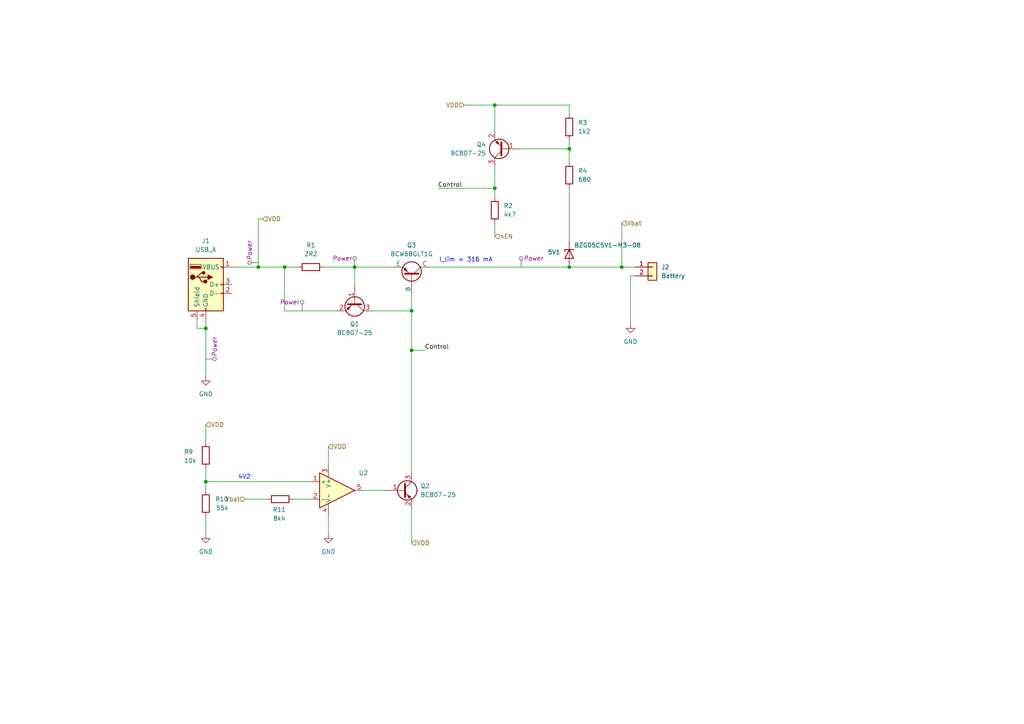
<source format=kicad_sch>
(kicad_sch
	(version 20231120)
	(generator "eeschema")
	(generator_version "8.0")
	(uuid "4bb64b45-6290-4995-b6d9-d1f3b29ba380")
	(paper "A4")
	(lib_symbols
		(symbol "Connector:USB_A"
			(pin_names
				(offset 1.016)
			)
			(exclude_from_sim no)
			(in_bom yes)
			(on_board yes)
			(property "Reference" "J"
				(at -5.08 11.43 0)
				(effects
					(font
						(size 1.27 1.27)
					)
					(justify left)
				)
			)
			(property "Value" "USB_A"
				(at -5.08 8.89 0)
				(effects
					(font
						(size 1.27 1.27)
					)
					(justify left)
				)
			)
			(property "Footprint" ""
				(at 3.81 -1.27 0)
				(effects
					(font
						(size 1.27 1.27)
					)
					(hide yes)
				)
			)
			(property "Datasheet" "~"
				(at 3.81 -1.27 0)
				(effects
					(font
						(size 1.27 1.27)
					)
					(hide yes)
				)
			)
			(property "Description" "USB Type A connector"
				(at 0 0 0)
				(effects
					(font
						(size 1.27 1.27)
					)
					(hide yes)
				)
			)
			(property "ki_keywords" "connector USB"
				(at 0 0 0)
				(effects
					(font
						(size 1.27 1.27)
					)
					(hide yes)
				)
			)
			(property "ki_fp_filters" "USB*"
				(at 0 0 0)
				(effects
					(font
						(size 1.27 1.27)
					)
					(hide yes)
				)
			)
			(symbol "USB_A_0_1"
				(rectangle
					(start -5.08 -7.62)
					(end 5.08 7.62)
					(stroke
						(width 0.254)
						(type default)
					)
					(fill
						(type background)
					)
				)
				(circle
					(center -3.81 2.159)
					(radius 0.635)
					(stroke
						(width 0.254)
						(type default)
					)
					(fill
						(type outline)
					)
				)
				(rectangle
					(start -1.524 4.826)
					(end -4.318 5.334)
					(stroke
						(width 0)
						(type default)
					)
					(fill
						(type outline)
					)
				)
				(rectangle
					(start -1.27 4.572)
					(end -4.572 5.842)
					(stroke
						(width 0)
						(type default)
					)
					(fill
						(type none)
					)
				)
				(circle
					(center -0.635 3.429)
					(radius 0.381)
					(stroke
						(width 0.254)
						(type default)
					)
					(fill
						(type outline)
					)
				)
				(rectangle
					(start -0.127 -7.62)
					(end 0.127 -6.858)
					(stroke
						(width 0)
						(type default)
					)
					(fill
						(type none)
					)
				)
				(polyline
					(pts
						(xy -3.175 2.159) (xy -2.54 2.159) (xy -1.27 3.429) (xy -0.635 3.429)
					)
					(stroke
						(width 0.254)
						(type default)
					)
					(fill
						(type none)
					)
				)
				(polyline
					(pts
						(xy -2.54 2.159) (xy -1.905 2.159) (xy -1.27 0.889) (xy 0 0.889)
					)
					(stroke
						(width 0.254)
						(type default)
					)
					(fill
						(type none)
					)
				)
				(polyline
					(pts
						(xy 0.635 2.794) (xy 0.635 1.524) (xy 1.905 2.159) (xy 0.635 2.794)
					)
					(stroke
						(width 0.254)
						(type default)
					)
					(fill
						(type outline)
					)
				)
				(rectangle
					(start 0.254 1.27)
					(end -0.508 0.508)
					(stroke
						(width 0.254)
						(type default)
					)
					(fill
						(type outline)
					)
				)
				(rectangle
					(start 5.08 -2.667)
					(end 4.318 -2.413)
					(stroke
						(width 0)
						(type default)
					)
					(fill
						(type none)
					)
				)
				(rectangle
					(start 5.08 -0.127)
					(end 4.318 0.127)
					(stroke
						(width 0)
						(type default)
					)
					(fill
						(type none)
					)
				)
				(rectangle
					(start 5.08 4.953)
					(end 4.318 5.207)
					(stroke
						(width 0)
						(type default)
					)
					(fill
						(type none)
					)
				)
			)
			(symbol "USB_A_1_1"
				(polyline
					(pts
						(xy -1.905 2.159) (xy 0.635 2.159)
					)
					(stroke
						(width 0.254)
						(type default)
					)
					(fill
						(type none)
					)
				)
				(pin power_in line
					(at 7.62 5.08 180)
					(length 2.54)
					(name "VBUS"
						(effects
							(font
								(size 1.27 1.27)
							)
						)
					)
					(number "1"
						(effects
							(font
								(size 1.27 1.27)
							)
						)
					)
				)
				(pin bidirectional line
					(at 7.62 -2.54 180)
					(length 2.54)
					(name "D-"
						(effects
							(font
								(size 1.27 1.27)
							)
						)
					)
					(number "2"
						(effects
							(font
								(size 1.27 1.27)
							)
						)
					)
				)
				(pin bidirectional line
					(at 7.62 0 180)
					(length 2.54)
					(name "D+"
						(effects
							(font
								(size 1.27 1.27)
							)
						)
					)
					(number "3"
						(effects
							(font
								(size 1.27 1.27)
							)
						)
					)
				)
				(pin power_in line
					(at 0 -10.16 90)
					(length 2.54)
					(name "GND"
						(effects
							(font
								(size 1.27 1.27)
							)
						)
					)
					(number "4"
						(effects
							(font
								(size 1.27 1.27)
							)
						)
					)
				)
				(pin passive line
					(at -2.54 -10.16 90)
					(length 2.54)
					(name "Shield"
						(effects
							(font
								(size 1.27 1.27)
							)
						)
					)
					(number "5"
						(effects
							(font
								(size 1.27 1.27)
							)
						)
					)
				)
			)
		)
		(symbol "Connector_Generic:Conn_01x02"
			(pin_names
				(offset 1.016) hide)
			(exclude_from_sim no)
			(in_bom yes)
			(on_board yes)
			(property "Reference" "J"
				(at 0 2.54 0)
				(effects
					(font
						(size 1.27 1.27)
					)
				)
			)
			(property "Value" "Conn_01x02"
				(at 0 -5.08 0)
				(effects
					(font
						(size 1.27 1.27)
					)
				)
			)
			(property "Footprint" ""
				(at 0 0 0)
				(effects
					(font
						(size 1.27 1.27)
					)
					(hide yes)
				)
			)
			(property "Datasheet" "~"
				(at 0 0 0)
				(effects
					(font
						(size 1.27 1.27)
					)
					(hide yes)
				)
			)
			(property "Description" "Generic connector, single row, 01x02, script generated (kicad-library-utils/schlib/autogen/connector/)"
				(at 0 0 0)
				(effects
					(font
						(size 1.27 1.27)
					)
					(hide yes)
				)
			)
			(property "ki_keywords" "connector"
				(at 0 0 0)
				(effects
					(font
						(size 1.27 1.27)
					)
					(hide yes)
				)
			)
			(property "ki_fp_filters" "Connector*:*_1x??_*"
				(at 0 0 0)
				(effects
					(font
						(size 1.27 1.27)
					)
					(hide yes)
				)
			)
			(symbol "Conn_01x02_1_1"
				(rectangle
					(start -1.27 -2.413)
					(end 0 -2.667)
					(stroke
						(width 0.1524)
						(type default)
					)
					(fill
						(type none)
					)
				)
				(rectangle
					(start -1.27 0.127)
					(end 0 -0.127)
					(stroke
						(width 0.1524)
						(type default)
					)
					(fill
						(type none)
					)
				)
				(rectangle
					(start -1.27 1.27)
					(end 1.27 -3.81)
					(stroke
						(width 0.254)
						(type default)
					)
					(fill
						(type background)
					)
				)
				(pin passive line
					(at -5.08 0 0)
					(length 3.81)
					(name "Pin_1"
						(effects
							(font
								(size 1.27 1.27)
							)
						)
					)
					(number "1"
						(effects
							(font
								(size 1.27 1.27)
							)
						)
					)
				)
				(pin passive line
					(at -5.08 -2.54 0)
					(length 3.81)
					(name "Pin_2"
						(effects
							(font
								(size 1.27 1.27)
							)
						)
					)
					(number "2"
						(effects
							(font
								(size 1.27 1.27)
							)
						)
					)
				)
			)
		)
		(symbol "Device:D_Zener"
			(pin_numbers hide)
			(pin_names
				(offset 1.016) hide)
			(exclude_from_sim no)
			(in_bom yes)
			(on_board yes)
			(property "Reference" "D"
				(at 0 2.54 0)
				(effects
					(font
						(size 1.27 1.27)
					)
				)
			)
			(property "Value" "D_Zener"
				(at 0 -2.54 0)
				(effects
					(font
						(size 1.27 1.27)
					)
				)
			)
			(property "Footprint" ""
				(at 0 0 0)
				(effects
					(font
						(size 1.27 1.27)
					)
					(hide yes)
				)
			)
			(property "Datasheet" "~"
				(at 0 0 0)
				(effects
					(font
						(size 1.27 1.27)
					)
					(hide yes)
				)
			)
			(property "Description" "Zener diode"
				(at 0 0 0)
				(effects
					(font
						(size 1.27 1.27)
					)
					(hide yes)
				)
			)
			(property "ki_keywords" "diode"
				(at 0 0 0)
				(effects
					(font
						(size 1.27 1.27)
					)
					(hide yes)
				)
			)
			(property "ki_fp_filters" "TO-???* *_Diode_* *SingleDiode* D_*"
				(at 0 0 0)
				(effects
					(font
						(size 1.27 1.27)
					)
					(hide yes)
				)
			)
			(symbol "D_Zener_0_1"
				(polyline
					(pts
						(xy 1.27 0) (xy -1.27 0)
					)
					(stroke
						(width 0)
						(type default)
					)
					(fill
						(type none)
					)
				)
				(polyline
					(pts
						(xy -1.27 -1.27) (xy -1.27 1.27) (xy -0.762 1.27)
					)
					(stroke
						(width 0.254)
						(type default)
					)
					(fill
						(type none)
					)
				)
				(polyline
					(pts
						(xy 1.27 -1.27) (xy 1.27 1.27) (xy -1.27 0) (xy 1.27 -1.27)
					)
					(stroke
						(width 0.254)
						(type default)
					)
					(fill
						(type none)
					)
				)
			)
			(symbol "D_Zener_1_1"
				(pin passive line
					(at -3.81 0 0)
					(length 2.54)
					(name "K"
						(effects
							(font
								(size 1.27 1.27)
							)
						)
					)
					(number "1"
						(effects
							(font
								(size 1.27 1.27)
							)
						)
					)
				)
				(pin passive line
					(at 3.81 0 180)
					(length 2.54)
					(name "A"
						(effects
							(font
								(size 1.27 1.27)
							)
						)
					)
					(number "2"
						(effects
							(font
								(size 1.27 1.27)
							)
						)
					)
				)
			)
		)
		(symbol "Device:R"
			(pin_numbers hide)
			(pin_names
				(offset 0)
			)
			(exclude_from_sim no)
			(in_bom yes)
			(on_board yes)
			(property "Reference" "R"
				(at 2.032 0 90)
				(effects
					(font
						(size 1.27 1.27)
					)
				)
			)
			(property "Value" "R"
				(at 0 0 90)
				(effects
					(font
						(size 1.27 1.27)
					)
				)
			)
			(property "Footprint" ""
				(at -1.778 0 90)
				(effects
					(font
						(size 1.27 1.27)
					)
					(hide yes)
				)
			)
			(property "Datasheet" "~"
				(at 0 0 0)
				(effects
					(font
						(size 1.27 1.27)
					)
					(hide yes)
				)
			)
			(property "Description" "Resistor"
				(at 0 0 0)
				(effects
					(font
						(size 1.27 1.27)
					)
					(hide yes)
				)
			)
			(property "ki_keywords" "R res resistor"
				(at 0 0 0)
				(effects
					(font
						(size 1.27 1.27)
					)
					(hide yes)
				)
			)
			(property "ki_fp_filters" "R_*"
				(at 0 0 0)
				(effects
					(font
						(size 1.27 1.27)
					)
					(hide yes)
				)
			)
			(symbol "R_0_1"
				(rectangle
					(start -1.016 -2.54)
					(end 1.016 2.54)
					(stroke
						(width 0.254)
						(type default)
					)
					(fill
						(type none)
					)
				)
			)
			(symbol "R_1_1"
				(pin passive line
					(at 0 3.81 270)
					(length 1.27)
					(name "~"
						(effects
							(font
								(size 1.27 1.27)
							)
						)
					)
					(number "1"
						(effects
							(font
								(size 1.27 1.27)
							)
						)
					)
				)
				(pin passive line
					(at 0 -3.81 90)
					(length 1.27)
					(name "~"
						(effects
							(font
								(size 1.27 1.27)
							)
						)
					)
					(number "2"
						(effects
							(font
								(size 1.27 1.27)
							)
						)
					)
				)
			)
		)
		(symbol "Simulation_SPICE:OPAMP"
			(pin_names
				(offset 0.254)
			)
			(exclude_from_sim no)
			(in_bom yes)
			(on_board yes)
			(property "Reference" "U"
				(at 3.81 3.175 0)
				(effects
					(font
						(size 1.27 1.27)
					)
					(justify left)
				)
			)
			(property "Value" "${SIM.PARAMS}"
				(at 3.81 -3.175 0)
				(effects
					(font
						(size 1.27 1.27)
					)
					(justify left)
				)
			)
			(property "Footprint" ""
				(at 0 0 0)
				(effects
					(font
						(size 1.27 1.27)
					)
					(hide yes)
				)
			)
			(property "Datasheet" "https://ngspice.sourceforge.io/docs/ngspice-html-manual/manual.xhtml#sec__SUBCKT_Subcircuits"
				(at 0 0 0)
				(effects
					(font
						(size 1.27 1.27)
					)
					(hide yes)
				)
			)
			(property "Description" "Operational amplifier, single, node sequence=1:+ 2:- 3:OUT 4:V+ 5:V-"
				(at 0 0 0)
				(effects
					(font
						(size 1.27 1.27)
					)
					(hide yes)
				)
			)
			(property "Sim.Pins" "1=in+ 2=in- 3=vcc 4=vee 5=out"
				(at 0 0 0)
				(effects
					(font
						(size 1.27 1.27)
					)
					(hide yes)
				)
			)
			(property "Sim.Device" "SUBCKT"
				(at 0 0 0)
				(effects
					(font
						(size 1.27 1.27)
					)
					(justify left)
					(hide yes)
				)
			)
			(property "Sim.Library" "${KICAD7_SYMBOL_DIR}/Simulation_SPICE.sp"
				(at 0 0 0)
				(effects
					(font
						(size 1.27 1.27)
					)
					(hide yes)
				)
			)
			(property "Sim.Name" "kicad_builtin_opamp"
				(at 0 0 0)
				(effects
					(font
						(size 1.27 1.27)
					)
					(hide yes)
				)
			)
			(property "ki_keywords" "simulation"
				(at 0 0 0)
				(effects
					(font
						(size 1.27 1.27)
					)
					(hide yes)
				)
			)
			(symbol "OPAMP_0_1"
				(polyline
					(pts
						(xy 5.08 0) (xy -5.08 5.08) (xy -5.08 -5.08) (xy 5.08 0)
					)
					(stroke
						(width 0.254)
						(type default)
					)
					(fill
						(type background)
					)
				)
			)
			(symbol "OPAMP_1_1"
				(pin input line
					(at -7.62 2.54 0)
					(length 2.54)
					(name "+"
						(effects
							(font
								(size 1.27 1.27)
							)
						)
					)
					(number "1"
						(effects
							(font
								(size 1.27 1.27)
							)
						)
					)
				)
				(pin input line
					(at -7.62 -2.54 0)
					(length 2.54)
					(name "-"
						(effects
							(font
								(size 1.27 1.27)
							)
						)
					)
					(number "2"
						(effects
							(font
								(size 1.27 1.27)
							)
						)
					)
				)
				(pin power_in line
					(at -2.54 7.62 270)
					(length 3.81)
					(name "V+"
						(effects
							(font
								(size 1.27 1.27)
							)
						)
					)
					(number "3"
						(effects
							(font
								(size 1.27 1.27)
							)
						)
					)
				)
				(pin power_in line
					(at -2.54 -7.62 90)
					(length 3.81)
					(name "V-"
						(effects
							(font
								(size 1.27 1.27)
							)
						)
					)
					(number "4"
						(effects
							(font
								(size 1.27 1.27)
							)
						)
					)
				)
				(pin output line
					(at 7.62 0 180)
					(length 2.54)
					(name "~"
						(effects
							(font
								(size 1.27 1.27)
							)
						)
					)
					(number "5"
						(effects
							(font
								(size 1.27 1.27)
							)
						)
					)
				)
			)
		)
		(symbol "Simulation_SPICE:PNP"
			(pin_numbers hide)
			(pin_names
				(offset 0)
			)
			(exclude_from_sim no)
			(in_bom yes)
			(on_board yes)
			(property "Reference" "Q"
				(at -2.54 7.62 0)
				(effects
					(font
						(size 1.27 1.27)
					)
				)
			)
			(property "Value" "PNP"
				(at -2.54 5.08 0)
				(effects
					(font
						(size 1.27 1.27)
					)
				)
			)
			(property "Footprint" ""
				(at 35.56 0 0)
				(effects
					(font
						(size 1.27 1.27)
					)
					(hide yes)
				)
			)
			(property "Datasheet" "https://ngspice.sourceforge.io/docs/ngspice-html-manual/manual.xhtml#cha_BJTs"
				(at 35.56 0 0)
				(effects
					(font
						(size 1.27 1.27)
					)
					(hide yes)
				)
			)
			(property "Description" "Bipolar transistor symbol for simulation only, substrate tied to the emitter"
				(at 0 0 0)
				(effects
					(font
						(size 1.27 1.27)
					)
					(hide yes)
				)
			)
			(property "Sim.Device" "PNP"
				(at 0 0 0)
				(effects
					(font
						(size 1.27 1.27)
					)
					(hide yes)
				)
			)
			(property "Sim.Type" "GUMMELPOON"
				(at 0 0 0)
				(effects
					(font
						(size 1.27 1.27)
					)
					(hide yes)
				)
			)
			(property "Sim.Pins" "1=C 2=B 3=E"
				(at 0 0 0)
				(effects
					(font
						(size 1.27 1.27)
					)
					(hide yes)
				)
			)
			(property "ki_keywords" "simulation"
				(at 0 0 0)
				(effects
					(font
						(size 1.27 1.27)
					)
					(hide yes)
				)
			)
			(symbol "PNP_0_1"
				(polyline
					(pts
						(xy -2.54 0) (xy 0.635 0)
					)
					(stroke
						(width 0.1524)
						(type default)
					)
					(fill
						(type none)
					)
				)
				(polyline
					(pts
						(xy 0.635 0.635) (xy 2.54 2.54)
					)
					(stroke
						(width 0)
						(type default)
					)
					(fill
						(type none)
					)
				)
				(polyline
					(pts
						(xy 0.635 -0.635) (xy 2.54 -2.54) (xy 2.54 -2.54)
					)
					(stroke
						(width 0)
						(type default)
					)
					(fill
						(type none)
					)
				)
				(polyline
					(pts
						(xy 0.635 1.905) (xy 0.635 -1.905) (xy 0.635 -1.905)
					)
					(stroke
						(width 0.508)
						(type default)
					)
					(fill
						(type none)
					)
				)
				(polyline
					(pts
						(xy 2.286 -1.778) (xy 1.778 -2.286) (xy 1.27 -1.27) (xy 2.286 -1.778) (xy 2.286 -1.778)
					)
					(stroke
						(width 0)
						(type default)
					)
					(fill
						(type outline)
					)
				)
				(circle
					(center 1.27 0)
					(radius 2.8194)
					(stroke
						(width 0.254)
						(type default)
					)
					(fill
						(type none)
					)
				)
			)
			(symbol "PNP_1_1"
				(pin open_collector line
					(at 2.54 5.08 270)
					(length 2.54)
					(name "C"
						(effects
							(font
								(size 1.27 1.27)
							)
						)
					)
					(number "1"
						(effects
							(font
								(size 1.27 1.27)
							)
						)
					)
				)
				(pin input line
					(at -5.08 0 0)
					(length 2.54)
					(name "B"
						(effects
							(font
								(size 1.27 1.27)
							)
						)
					)
					(number "2"
						(effects
							(font
								(size 1.27 1.27)
							)
						)
					)
				)
				(pin open_emitter line
					(at 2.54 -5.08 90)
					(length 2.54)
					(name "E"
						(effects
							(font
								(size 1.27 1.27)
							)
						)
					)
					(number "3"
						(effects
							(font
								(size 1.27 1.27)
							)
						)
					)
				)
			)
		)
		(symbol "Transistor_BJT:BC807"
			(pin_names
				(offset 0) hide)
			(exclude_from_sim no)
			(in_bom yes)
			(on_board yes)
			(property "Reference" "Q"
				(at 5.08 1.905 0)
				(effects
					(font
						(size 1.27 1.27)
					)
					(justify left)
				)
			)
			(property "Value" "BC807"
				(at 5.08 0 0)
				(effects
					(font
						(size 1.27 1.27)
					)
					(justify left)
				)
			)
			(property "Footprint" "Package_TO_SOT_SMD:SOT-23"
				(at 5.08 -1.905 0)
				(effects
					(font
						(size 1.27 1.27)
						(italic yes)
					)
					(justify left)
					(hide yes)
				)
			)
			(property "Datasheet" "https://www.onsemi.com/pub/Collateral/BC808-D.pdf"
				(at 0 0 0)
				(effects
					(font
						(size 1.27 1.27)
					)
					(justify left)
					(hide yes)
				)
			)
			(property "Description" "0.8A Ic, 45V Vce, PNP Transistor, SOT-23"
				(at 0 0 0)
				(effects
					(font
						(size 1.27 1.27)
					)
					(hide yes)
				)
			)
			(property "ki_keywords" "PNP Transistor"
				(at 0 0 0)
				(effects
					(font
						(size 1.27 1.27)
					)
					(hide yes)
				)
			)
			(property "ki_fp_filters" "SOT?23*"
				(at 0 0 0)
				(effects
					(font
						(size 1.27 1.27)
					)
					(hide yes)
				)
			)
			(symbol "BC807_0_1"
				(polyline
					(pts
						(xy 0.635 0.635) (xy 2.54 2.54)
					)
					(stroke
						(width 0)
						(type default)
					)
					(fill
						(type none)
					)
				)
				(polyline
					(pts
						(xy 0.635 -0.635) (xy 2.54 -2.54) (xy 2.54 -2.54)
					)
					(stroke
						(width 0)
						(type default)
					)
					(fill
						(type none)
					)
				)
				(polyline
					(pts
						(xy 0.635 1.905) (xy 0.635 -1.905) (xy 0.635 -1.905)
					)
					(stroke
						(width 0.508)
						(type default)
					)
					(fill
						(type none)
					)
				)
				(polyline
					(pts
						(xy 2.286 -1.778) (xy 1.778 -2.286) (xy 1.27 -1.27) (xy 2.286 -1.778) (xy 2.286 -1.778)
					)
					(stroke
						(width 0)
						(type default)
					)
					(fill
						(type outline)
					)
				)
				(circle
					(center 1.27 0)
					(radius 2.8194)
					(stroke
						(width 0.254)
						(type default)
					)
					(fill
						(type none)
					)
				)
			)
			(symbol "BC807_1_1"
				(pin input line
					(at -5.08 0 0)
					(length 5.715)
					(name "B"
						(effects
							(font
								(size 1.27 1.27)
							)
						)
					)
					(number "1"
						(effects
							(font
								(size 1.27 1.27)
							)
						)
					)
				)
				(pin passive line
					(at 2.54 -5.08 90)
					(length 2.54)
					(name "E"
						(effects
							(font
								(size 1.27 1.27)
							)
						)
					)
					(number "2"
						(effects
							(font
								(size 1.27 1.27)
							)
						)
					)
				)
				(pin passive line
					(at 2.54 5.08 270)
					(length 2.54)
					(name "C"
						(effects
							(font
								(size 1.27 1.27)
							)
						)
					)
					(number "3"
						(effects
							(font
								(size 1.27 1.27)
							)
						)
					)
				)
			)
		)
		(symbol "power:GND"
			(power)
			(pin_numbers hide)
			(pin_names
				(offset 0) hide)
			(exclude_from_sim no)
			(in_bom yes)
			(on_board yes)
			(property "Reference" "#PWR"
				(at 0 -6.35 0)
				(effects
					(font
						(size 1.27 1.27)
					)
					(hide yes)
				)
			)
			(property "Value" "GND"
				(at 0 -3.81 0)
				(effects
					(font
						(size 1.27 1.27)
					)
				)
			)
			(property "Footprint" ""
				(at 0 0 0)
				(effects
					(font
						(size 1.27 1.27)
					)
					(hide yes)
				)
			)
			(property "Datasheet" ""
				(at 0 0 0)
				(effects
					(font
						(size 1.27 1.27)
					)
					(hide yes)
				)
			)
			(property "Description" "Power symbol creates a global label with name \"GND\" , ground"
				(at 0 0 0)
				(effects
					(font
						(size 1.27 1.27)
					)
					(hide yes)
				)
			)
			(property "ki_keywords" "global power"
				(at 0 0 0)
				(effects
					(font
						(size 1.27 1.27)
					)
					(hide yes)
				)
			)
			(symbol "GND_0_1"
				(polyline
					(pts
						(xy 0 0) (xy 0 -1.27) (xy 1.27 -1.27) (xy 0 -2.54) (xy -1.27 -1.27) (xy 0 -1.27)
					)
					(stroke
						(width 0)
						(type default)
					)
					(fill
						(type none)
					)
				)
			)
			(symbol "GND_1_1"
				(pin power_in line
					(at 0 0 270)
					(length 0)
					(name "~"
						(effects
							(font
								(size 1.27 1.27)
							)
						)
					)
					(number "1"
						(effects
							(font
								(size 1.27 1.27)
							)
						)
					)
				)
			)
		)
	)
	(junction
		(at 180.34 77.47)
		(diameter 0)
		(color 0 0 0 0)
		(uuid "40e25d6d-c362-4ae9-87e8-86605b48cd18")
	)
	(junction
		(at 102.87 77.47)
		(diameter 0)
		(color 0 0 0 0)
		(uuid "427b5814-65a6-4375-a72b-de388a490bf8")
	)
	(junction
		(at 74.93 77.47)
		(diameter 0)
		(color 0 0 0 0)
		(uuid "49249448-28a0-4abf-980b-ba7c31313aa1")
	)
	(junction
		(at 119.38 101.6)
		(diameter 0)
		(color 0 0 0 0)
		(uuid "5649b3d5-90e5-4d48-b097-ea8bbbf13d26")
	)
	(junction
		(at 143.51 30.48)
		(diameter 0)
		(color 0 0 0 0)
		(uuid "678ea2fd-3fd4-4245-a183-6fdb77fc4d02")
	)
	(junction
		(at 143.51 54.61)
		(diameter 0)
		(color 0 0 0 0)
		(uuid "7693df5f-c60c-4ffa-8a83-095b0a8c417d")
	)
	(junction
		(at 59.69 95.25)
		(diameter 0)
		(color 0 0 0 0)
		(uuid "79499115-4793-4d29-9989-162cc784d89a")
	)
	(junction
		(at 165.1 43.18)
		(diameter 0)
		(color 0 0 0 0)
		(uuid "a2274685-af96-4ba9-80f5-68ab85e70342")
	)
	(junction
		(at 59.69 139.7)
		(diameter 0)
		(color 0 0 0 0)
		(uuid "a745d0f7-80bf-46bd-8620-5eaa0ba64ffb")
	)
	(junction
		(at 82.55 77.47)
		(diameter 0)
		(color 0 0 0 0)
		(uuid "cb09a67a-2caf-4d3a-89f7-d9f3cf663862")
	)
	(junction
		(at 119.38 90.17)
		(diameter 0)
		(color 0 0 0 0)
		(uuid "db443f58-4b1d-47b0-8405-3dd07177957a")
	)
	(junction
		(at 165.1 77.47)
		(diameter 0)
		(color 0 0 0 0)
		(uuid "e366439c-cf0c-4afd-b89d-693b8edae76b")
	)
	(wire
		(pts
			(xy 119.38 85.09) (xy 119.38 90.17)
		)
		(stroke
			(width 0)
			(type default)
		)
		(uuid "00db5427-f7a9-4916-934a-39cad55cc92f")
	)
	(wire
		(pts
			(xy 59.69 92.71) (xy 59.69 95.25)
		)
		(stroke
			(width 0)
			(type default)
		)
		(uuid "01dcc890-cb07-4228-aa16-d7de5304de03")
	)
	(wire
		(pts
			(xy 123.19 101.6) (xy 119.38 101.6)
		)
		(stroke
			(width 0)
			(type default)
		)
		(uuid "10140d49-2552-4093-b18e-d4f057cdf10f")
	)
	(wire
		(pts
			(xy 165.1 43.18) (xy 165.1 40.64)
		)
		(stroke
			(width 0)
			(type default)
		)
		(uuid "18689961-25fa-4f95-a7fa-2255285aedc8")
	)
	(wire
		(pts
			(xy 165.1 77.47) (xy 180.34 77.47)
		)
		(stroke
			(width 0)
			(type default)
		)
		(uuid "1ee72b28-a78e-43c9-b83a-cba23fc51bf4")
	)
	(wire
		(pts
			(xy 95.25 149.86) (xy 95.25 154.94)
		)
		(stroke
			(width 0)
			(type default)
		)
		(uuid "24d1c8b8-e491-4011-92c6-1b3b5d2e3440")
	)
	(wire
		(pts
			(xy 59.69 139.7) (xy 90.17 139.7)
		)
		(stroke
			(width 0)
			(type default)
		)
		(uuid "26e8c8cc-7ac8-4952-878e-64fc2eb8c4bc")
	)
	(wire
		(pts
			(xy 119.38 147.32) (xy 119.38 157.48)
		)
		(stroke
			(width 0)
			(type default)
		)
		(uuid "29fde4d0-fdfb-4c26-a052-4282614a36c5")
	)
	(wire
		(pts
			(xy 59.69 95.25) (xy 59.69 109.22)
		)
		(stroke
			(width 0)
			(type default)
		)
		(uuid "359d9c93-e4e4-4a39-9bc6-a4de992e5603")
	)
	(wire
		(pts
			(xy 134.62 30.48) (xy 143.51 30.48)
		)
		(stroke
			(width 0)
			(type default)
		)
		(uuid "3979e991-1768-43dc-a009-1165b7d6f17e")
	)
	(wire
		(pts
			(xy 59.69 139.7) (xy 59.69 142.24)
		)
		(stroke
			(width 0)
			(type default)
		)
		(uuid "39db10e9-2e3d-469b-860f-0c87ea51367f")
	)
	(wire
		(pts
			(xy 67.31 77.47) (xy 74.93 77.47)
		)
		(stroke
			(width 0)
			(type default)
		)
		(uuid "41842871-6b8a-4d4f-a927-50c28443db77")
	)
	(wire
		(pts
			(xy 107.95 90.17) (xy 119.38 90.17)
		)
		(stroke
			(width 0)
			(type default)
		)
		(uuid "5154b930-dcfc-496c-8212-b5f81f581f8c")
	)
	(wire
		(pts
			(xy 102.87 77.47) (xy 93.98 77.47)
		)
		(stroke
			(width 0)
			(type default)
		)
		(uuid "5191a653-b4de-4001-bd5e-c6dae504cf7e")
	)
	(wire
		(pts
			(xy 182.88 80.01) (xy 184.15 80.01)
		)
		(stroke
			(width 0)
			(type default)
		)
		(uuid "5826a32e-05f5-4ed9-84e3-c1f9250a8c7c")
	)
	(wire
		(pts
			(xy 59.69 135.89) (xy 59.69 139.7)
		)
		(stroke
			(width 0)
			(type default)
		)
		(uuid "5a2ab022-dfb8-4418-a5b6-c1606191dfa2")
	)
	(wire
		(pts
			(xy 165.1 30.48) (xy 143.51 30.48)
		)
		(stroke
			(width 0)
			(type default)
		)
		(uuid "61f37afd-5d06-402f-afdb-af7859512ad1")
	)
	(wire
		(pts
			(xy 74.93 77.47) (xy 82.55 77.47)
		)
		(stroke
			(width 0)
			(type default)
		)
		(uuid "6d6eb50c-eb3c-4e05-9578-29aa513c7d53")
	)
	(wire
		(pts
			(xy 165.1 69.85) (xy 165.1 54.61)
		)
		(stroke
			(width 0)
			(type default)
		)
		(uuid "723c30a7-ed95-43dd-93bb-e62fea126b36")
	)
	(wire
		(pts
			(xy 182.88 80.01) (xy 182.88 93.98)
		)
		(stroke
			(width 0)
			(type default)
		)
		(uuid "7d419f64-17fe-43e2-9530-6a467d6e060a")
	)
	(wire
		(pts
			(xy 74.93 63.5) (xy 76.2 63.5)
		)
		(stroke
			(width 0)
			(type default)
		)
		(uuid "7ec63a44-7390-4ab4-b161-b198fa0997e3")
	)
	(wire
		(pts
			(xy 71.12 144.78) (xy 77.47 144.78)
		)
		(stroke
			(width 0)
			(type default)
		)
		(uuid "80eefe86-25e9-4e2a-81b0-69c198ab5deb")
	)
	(wire
		(pts
			(xy 85.09 144.78) (xy 90.17 144.78)
		)
		(stroke
			(width 0)
			(type default)
		)
		(uuid "8353aff9-1487-46b3-b6cf-2a02d6d4f9a7")
	)
	(wire
		(pts
			(xy 143.51 30.48) (xy 143.51 38.1)
		)
		(stroke
			(width 0)
			(type default)
		)
		(uuid "8af72ba5-bba0-41c9-9cbb-51412ead02da")
	)
	(wire
		(pts
			(xy 127 54.61) (xy 143.51 54.61)
		)
		(stroke
			(width 0)
			(type default)
		)
		(uuid "8fa622f4-7325-40bd-b980-c9d1afa80bf7")
	)
	(wire
		(pts
			(xy 59.69 123.19) (xy 59.69 128.27)
		)
		(stroke
			(width 0)
			(type default)
		)
		(uuid "968701a9-f20b-49e6-9d53-b6c4a8942033")
	)
	(wire
		(pts
			(xy 119.38 90.17) (xy 119.38 101.6)
		)
		(stroke
			(width 0)
			(type default)
		)
		(uuid "9edcde50-94ca-487c-b2b7-2cc034161f17")
	)
	(wire
		(pts
			(xy 82.55 90.17) (xy 82.55 77.47)
		)
		(stroke
			(width 0)
			(type default)
		)
		(uuid "9f4a42f2-c102-4fee-a2c9-7ba8567e6021")
	)
	(wire
		(pts
			(xy 165.1 46.99) (xy 165.1 43.18)
		)
		(stroke
			(width 0)
			(type default)
		)
		(uuid "a40a98a5-8ba0-4703-a030-e78c3c9fc85c")
	)
	(wire
		(pts
			(xy 119.38 101.6) (xy 119.38 137.16)
		)
		(stroke
			(width 0)
			(type default)
		)
		(uuid "a7b1c829-8d5b-4517-af1c-ae626f43190d")
	)
	(wire
		(pts
			(xy 59.69 149.86) (xy 59.69 154.94)
		)
		(stroke
			(width 0)
			(type default)
		)
		(uuid "ac60ac29-247d-46b8-a618-bcaadc555f24")
	)
	(wire
		(pts
			(xy 82.55 77.47) (xy 86.36 77.47)
		)
		(stroke
			(width 0)
			(type default)
		)
		(uuid "b22edf74-e913-476d-a077-af7073995c76")
	)
	(wire
		(pts
			(xy 180.34 77.47) (xy 184.15 77.47)
		)
		(stroke
			(width 0)
			(type default)
		)
		(uuid "be1c2af3-afda-4183-b8df-fe42b78f65dc")
	)
	(wire
		(pts
			(xy 57.15 95.25) (xy 59.69 95.25)
		)
		(stroke
			(width 0)
			(type default)
		)
		(uuid "bef2f5a8-2722-4b77-9d24-1128c6139d4b")
	)
	(wire
		(pts
			(xy 151.13 43.18) (xy 165.1 43.18)
		)
		(stroke
			(width 0)
			(type default)
		)
		(uuid "c4a4e0ce-8e6d-46c8-b916-7234a63431ef")
	)
	(wire
		(pts
			(xy 143.51 48.26) (xy 143.51 54.61)
		)
		(stroke
			(width 0)
			(type default)
		)
		(uuid "c6c9da16-d21e-4dfa-9d8e-46d1d247cd9c")
	)
	(wire
		(pts
			(xy 74.93 63.5) (xy 74.93 77.47)
		)
		(stroke
			(width 0)
			(type default)
		)
		(uuid "d345c048-fd5b-4eae-a657-acbe81c184df")
	)
	(wire
		(pts
			(xy 180.34 64.77) (xy 180.34 77.47)
		)
		(stroke
			(width 0)
			(type default)
		)
		(uuid "d3897980-48a2-442c-aa73-a79baab4447f")
	)
	(wire
		(pts
			(xy 143.51 64.77) (xy 143.51 68.58)
		)
		(stroke
			(width 0)
			(type default)
		)
		(uuid "e4882c3e-e443-415c-8b4c-f78d8ebdbe08")
	)
	(wire
		(pts
			(xy 57.15 92.71) (xy 57.15 95.25)
		)
		(stroke
			(width 0)
			(type default)
		)
		(uuid "e48fd621-0617-42cd-834c-6a4dbf83c3e9")
	)
	(wire
		(pts
			(xy 102.87 77.47) (xy 114.3 77.47)
		)
		(stroke
			(width 0)
			(type default)
		)
		(uuid "effeca0f-4990-4be6-a026-2b7f08d47999")
	)
	(wire
		(pts
			(xy 124.46 77.47) (xy 165.1 77.47)
		)
		(stroke
			(width 0)
			(type default)
		)
		(uuid "f010c39c-544e-4249-9b11-9c00b5309f10")
	)
	(wire
		(pts
			(xy 143.51 54.61) (xy 143.51 57.15)
		)
		(stroke
			(width 0)
			(type default)
		)
		(uuid "f0b32697-9410-4946-bf4a-3db662c1fa3f")
	)
	(wire
		(pts
			(xy 165.1 30.48) (xy 165.1 33.02)
		)
		(stroke
			(width 0)
			(type default)
		)
		(uuid "f22c0b2b-33eb-424e-bac1-7f5b5e2aa7f8")
	)
	(wire
		(pts
			(xy 102.87 77.47) (xy 102.87 82.55)
		)
		(stroke
			(width 0)
			(type default)
		)
		(uuid "f620cb7a-fe15-4301-9d2c-1acf98644daf")
	)
	(wire
		(pts
			(xy 95.25 129.54) (xy 95.25 134.62)
		)
		(stroke
			(width 0)
			(type default)
		)
		(uuid "f66749f3-0d04-4be5-b30d-e0abc1596072")
	)
	(wire
		(pts
			(xy 97.79 90.17) (xy 82.55 90.17)
		)
		(stroke
			(width 0)
			(type default)
		)
		(uuid "f7020803-1a4a-4ebd-83cb-b76f4dbef70a")
	)
	(wire
		(pts
			(xy 105.41 142.24) (xy 111.76 142.24)
		)
		(stroke
			(width 0)
			(type default)
		)
		(uuid "ff965081-dbfc-499a-8b71-1466a4585f64")
	)
	(text "4V2\n"
		(exclude_from_sim no)
		(at 70.866 138.43 0)
		(effects
			(font
				(size 1.27 1.27)
			)
		)
		(uuid "5199a82b-e243-49af-a96f-a358305d6809")
	)
	(text "I_lim = 316 mA\n"
		(exclude_from_sim no)
		(at 135.128 75.438 0)
		(effects
			(font
				(size 1.27 1.27)
			)
		)
		(uuid "de2ac0ef-91ae-4d4f-9114-1f389bdc7a30")
	)
	(label "Control"
		(at 123.19 101.6 0)
		(fields_autoplaced yes)
		(effects
			(font
				(size 1.27 1.27)
			)
			(justify left bottom)
		)
		(uuid "52604fe9-bb8b-42e5-b5f7-917f5f95c79f")
	)
	(label "Control"
		(at 127 54.61 0)
		(fields_autoplaced yes)
		(effects
			(font
				(size 1.27 1.27)
			)
			(justify left bottom)
		)
		(uuid "c3f112e4-af6f-44b8-9617-d6cc82238eb6")
	)
	(hierarchical_label "VDD"
		(shape input)
		(at 119.38 157.48 0)
		(fields_autoplaced yes)
		(effects
			(font
				(size 1.27 1.27)
			)
			(justify left)
		)
		(uuid "043299ba-512a-4aba-b61e-a234b48a82e8")
	)
	(hierarchical_label "nEN"
		(shape input)
		(at 143.51 68.58 0)
		(fields_autoplaced yes)
		(effects
			(font
				(size 1.27 1.27)
			)
			(justify left)
		)
		(uuid "51097b81-450d-4c52-8fa4-b09d0ead718b")
	)
	(hierarchical_label "Vbat"
		(shape input)
		(at 180.34 64.77 0)
		(fields_autoplaced yes)
		(effects
			(font
				(size 1.27 1.27)
			)
			(justify left)
		)
		(uuid "6702a420-adf1-4d17-8002-82701e06669d")
	)
	(hierarchical_label "VDD"
		(shape input)
		(at 76.2 63.5 0)
		(fields_autoplaced yes)
		(effects
			(font
				(size 1.27 1.27)
			)
			(justify left)
		)
		(uuid "6c6ff8f5-89e0-40b7-9e90-16dc4bc007dc")
	)
	(hierarchical_label "VDD"
		(shape input)
		(at 95.25 129.54 0)
		(fields_autoplaced yes)
		(effects
			(font
				(size 1.27 1.27)
			)
			(justify left)
		)
		(uuid "71dac8dc-4144-478e-942a-5f271094cb63")
	)
	(hierarchical_label "VDD"
		(shape input)
		(at 134.62 30.48 180)
		(fields_autoplaced yes)
		(effects
			(font
				(size 1.27 1.27)
			)
			(justify right)
		)
		(uuid "aced9172-707e-462a-bb44-343977822dce")
	)
	(hierarchical_label "Vbat"
		(shape input)
		(at 71.12 144.78 180)
		(fields_autoplaced yes)
		(effects
			(font
				(size 1.27 1.27)
			)
			(justify right)
		)
		(uuid "e4dc2f30-756c-42b6-9456-f9a49bf10ef1")
	)
	(hierarchical_label "VDD"
		(shape input)
		(at 59.69 123.19 0)
		(fields_autoplaced yes)
		(effects
			(font
				(size 1.27 1.27)
			)
			(justify left)
		)
		(uuid "fde50f0f-bcba-488e-b4dc-2e1319e4e796")
	)
	(netclass_flag ""
		(length 2.54)
		(shape round)
		(at 102.87 77.47 0)
		(fields_autoplaced yes)
		(effects
			(font
				(size 1.27 1.27)
			)
			(justify left bottom)
		)
		(uuid "1ca01272-5684-4e5e-bb7a-1eebddd3194f")
		(property "Netclass" "Power"
			(at 102.1715 74.93 0)
			(effects
				(font
					(size 1.27 1.27)
					(italic yes)
				)
				(justify right)
			)
		)
	)
	(netclass_flag ""
		(length 2.54)
		(shape round)
		(at 59.69 104.14 270)
		(fields_autoplaced yes)
		(effects
			(font
				(size 1.27 1.27)
			)
			(justify right bottom)
		)
		(uuid "2773d26e-831e-4709-a238-7a34ab329d5e")
		(property "Netclass" "Power"
			(at 62.23 103.4415 90)
			(effects
				(font
					(size 1.27 1.27)
					(italic yes)
				)
				(justify left)
			)
		)
	)
	(netclass_flag ""
		(length 2.54)
		(shape round)
		(at 74.93 76.2 90)
		(fields_autoplaced yes)
		(effects
			(font
				(size 1.27 1.27)
			)
			(justify left bottom)
		)
		(uuid "90592a91-f569-427e-9dae-9b0c12f1d7f2")
		(property "Netclass" "Power"
			(at 72.39 75.5015 90)
			(effects
				(font
					(size 1.27 1.27)
					(italic yes)
				)
				(justify left)
			)
		)
	)
	(netclass_flag ""
		(length 2.54)
		(shape round)
		(at 151.13 77.47 0)
		(fields_autoplaced yes)
		(effects
			(font
				(size 1.27 1.27)
			)
			(justify left bottom)
		)
		(uuid "b577df21-2044-41c8-a7ea-529a6e861da8")
		(property "Netclass" "Power"
			(at 151.8285 74.93 0)
			(effects
				(font
					(size 1.27 1.27)
					(italic yes)
				)
				(justify left)
			)
		)
	)
	(netclass_flag ""
		(length 2.54)
		(shape round)
		(at 87.63 90.17 0)
		(fields_autoplaced yes)
		(effects
			(font
				(size 1.27 1.27)
			)
			(justify left bottom)
		)
		(uuid "b981ea31-95aa-4892-b356-2caee0c8c3ad")
		(property "Netclass" "Power"
			(at 86.9315 87.63 0)
			(effects
				(font
					(size 1.27 1.27)
					(italic yes)
				)
				(justify right)
			)
		)
	)
	(symbol
		(lib_id "Connector_Generic:Conn_01x02")
		(at 189.23 77.47 0)
		(unit 1)
		(exclude_from_sim no)
		(in_bom yes)
		(on_board yes)
		(dnp no)
		(fields_autoplaced yes)
		(uuid "1e8d13bd-0623-4026-a204-5d555ef1ae5e")
		(property "Reference" "J2"
			(at 191.77 77.4699 0)
			(effects
				(font
					(size 1.27 1.27)
				)
				(justify left)
			)
		)
		(property "Value" "Battery"
			(at 191.77 80.0099 0)
			(effects
				(font
					(size 1.27 1.27)
				)
				(justify left)
			)
		)
		(property "Footprint" "Connector_PinHeader_2.54mm:PinHeader_1x02_P2.54mm_Vertical"
			(at 189.23 77.47 0)
			(effects
				(font
					(size 1.27 1.27)
				)
				(hide yes)
			)
		)
		(property "Datasheet" "~"
			(at 189.23 77.47 0)
			(effects
				(font
					(size 1.27 1.27)
				)
				(hide yes)
			)
		)
		(property "Description" "Generic connector, single row, 01x02, script generated (kicad-library-utils/schlib/autogen/connector/)"
			(at 189.23 77.47 0)
			(effects
				(font
					(size 1.27 1.27)
				)
				(hide yes)
			)
		)
		(pin "2"
			(uuid "411eeacb-18a4-45dc-8f15-919eb31c9009")
		)
		(pin "1"
			(uuid "2877914c-367a-4625-b9a7-57f01fbd725d")
		)
		(instances
			(project "Charger USB"
				(path "/c24e2f21-8797-422e-bbec-670f84f6d04a/e8b2d0f9-9878-4a71-8900-a3ee966ee5fb"
					(reference "J2")
					(unit 1)
				)
			)
		)
	)
	(symbol
		(lib_id "Device:R")
		(at 143.51 60.96 0)
		(unit 1)
		(exclude_from_sim no)
		(in_bom yes)
		(on_board yes)
		(dnp no)
		(fields_autoplaced yes)
		(uuid "27225f40-ce08-48ba-b900-baabff7e075b")
		(property "Reference" "R2"
			(at 146.05 59.6899 0)
			(effects
				(font
					(size 1.27 1.27)
				)
				(justify left)
			)
		)
		(property "Value" "4k7"
			(at 146.05 62.2299 0)
			(effects
				(font
					(size 1.27 1.27)
				)
				(justify left)
			)
		)
		(property "Footprint" "Resistor_SMD:R_0603_1608Metric"
			(at 141.732 60.96 90)
			(effects
				(font
					(size 1.27 1.27)
				)
				(hide yes)
			)
		)
		(property "Datasheet" "~"
			(at 143.51 60.96 0)
			(effects
				(font
					(size 1.27 1.27)
				)
				(hide yes)
			)
		)
		(property "Description" "Resistor"
			(at 143.51 60.96 0)
			(effects
				(font
					(size 1.27 1.27)
				)
				(hide yes)
			)
		)
		(property "Part#" "RC0603FR-071KL"
			(at 143.51 60.96 0)
			(effects
				(font
					(size 1.27 1.27)
				)
				(hide yes)
			)
		)
		(pin "2"
			(uuid "d6d9ff1b-1b8e-4cf8-be50-a5058c946802")
		)
		(pin "1"
			(uuid "fc7690fa-6e34-4c7e-aad5-2b29d7344602")
		)
		(instances
			(project "Charger USB"
				(path "/c24e2f21-8797-422e-bbec-670f84f6d04a/e8b2d0f9-9878-4a71-8900-a3ee966ee5fb"
					(reference "R2")
					(unit 1)
				)
			)
		)
	)
	(symbol
		(lib_id "Connector:USB_A")
		(at 59.69 82.55 0)
		(unit 1)
		(exclude_from_sim no)
		(in_bom yes)
		(on_board yes)
		(dnp no)
		(fields_autoplaced yes)
		(uuid "399b5e5c-8352-4331-80d5-32a9195eb230")
		(property "Reference" "J1"
			(at 59.69 69.85 0)
			(effects
				(font
					(size 1.27 1.27)
				)
			)
		)
		(property "Value" "USB_A"
			(at 59.69 72.39 0)
			(effects
				(font
					(size 1.27 1.27)
				)
			)
		)
		(property "Footprint" "Connector_USB:USB_A_Receptacle_GCT_USB1046"
			(at 63.5 83.82 0)
			(effects
				(font
					(size 1.27 1.27)
				)
				(hide yes)
			)
		)
		(property "Datasheet" "~"
			(at 63.5 83.82 0)
			(effects
				(font
					(size 1.27 1.27)
				)
				(hide yes)
			)
		)
		(property "Description" "USB Type A connector"
			(at 59.69 82.55 0)
			(effects
				(font
					(size 1.27 1.27)
				)
				(hide yes)
			)
		)
		(pin "2"
			(uuid "cd8affcf-c87b-4864-8a6a-d59c75cec54a")
		)
		(pin "3"
			(uuid "4e1b2b58-56ee-42a5-8cf9-7638f16ea071")
		)
		(pin "4"
			(uuid "4dea207e-2148-42d1-8922-3fb2d8ae8d29")
		)
		(pin "5"
			(uuid "d7a35cf7-8ffb-4983-a460-8f00c0c87c0f")
		)
		(pin "1"
			(uuid "d8317533-ef81-4567-a1f9-f22feeb423be")
		)
		(instances
			(project "Charger USB"
				(path "/c24e2f21-8797-422e-bbec-670f84f6d04a/e8b2d0f9-9878-4a71-8900-a3ee966ee5fb"
					(reference "J1")
					(unit 1)
				)
			)
		)
	)
	(symbol
		(lib_id "Transistor_BJT:BC807")
		(at 116.84 142.24 0)
		(unit 1)
		(exclude_from_sim no)
		(in_bom yes)
		(on_board yes)
		(dnp no)
		(fields_autoplaced yes)
		(uuid "4a887d68-5338-48a8-a497-06d1b360de75")
		(property "Reference" "Q2"
			(at 121.92 140.9699 0)
			(effects
				(font
					(size 1.27 1.27)
				)
				(justify left)
			)
		)
		(property "Value" "BC807-25"
			(at 121.92 143.5099 0)
			(effects
				(font
					(size 1.27 1.27)
				)
				(justify left)
			)
		)
		(property "Footprint" "Package_TO_SOT_SMD:SOT-23"
			(at 121.92 144.145 0)
			(effects
				(font
					(size 1.27 1.27)
					(italic yes)
				)
				(justify left)
				(hide yes)
			)
		)
		(property "Datasheet" "https://assets.nexperia.com/documents/data-sheet/BC807_SER.pdf"
			(at 116.84 142.24 0)
			(effects
				(font
					(size 1.27 1.27)
				)
				(justify left)
				(hide yes)
			)
		)
		(property "Description" "0.8A Ic, 45V Vce, PNP Transistor, SOT-23"
			(at 116.84 142.24 0)
			(effects
				(font
					(size 1.27 1.27)
				)
				(hide yes)
			)
		)
		(property "Part#" "BC807-25"
			(at 116.84 142.24 0)
			(effects
				(font
					(size 1.27 1.27)
				)
				(hide yes)
			)
		)
		(pin "2"
			(uuid "3561f7ec-2018-40d9-85a0-cfa0b152c40e")
		)
		(pin "1"
			(uuid "0f7e1fd1-95c1-43c2-97be-8434ba0ae18c")
		)
		(pin "3"
			(uuid "385c9712-3d6a-415c-837f-c9432167a677")
		)
		(instances
			(project "Charger USB"
				(path "/c24e2f21-8797-422e-bbec-670f84f6d04a/e8b2d0f9-9878-4a71-8900-a3ee966ee5fb"
					(reference "Q2")
					(unit 1)
				)
			)
		)
	)
	(symbol
		(lib_id "Transistor_BJT:BC807")
		(at 102.87 87.63 270)
		(unit 1)
		(exclude_from_sim no)
		(in_bom yes)
		(on_board yes)
		(dnp no)
		(fields_autoplaced yes)
		(uuid "4ca23f0c-0726-4af7-a76d-dbfda65000bb")
		(property "Reference" "Q1"
			(at 102.87 93.98 90)
			(effects
				(font
					(size 1.27 1.27)
				)
			)
		)
		(property "Value" "BC807-25"
			(at 102.87 96.52 90)
			(effects
				(font
					(size 1.27 1.27)
				)
			)
		)
		(property "Footprint" "Package_TO_SOT_SMD:SOT-23"
			(at 100.965 92.71 0)
			(effects
				(font
					(size 1.27 1.27)
					(italic yes)
				)
				(justify left)
				(hide yes)
			)
		)
		(property "Datasheet" "https://assets.nexperia.com/documents/data-sheet/BC807_SER.pdf"
			(at 102.87 87.63 0)
			(effects
				(font
					(size 1.27 1.27)
				)
				(justify left)
				(hide yes)
			)
		)
		(property "Description" "0.8A Ic, 45V Vce, PNP Transistor, SOT-23"
			(at 102.87 87.63 0)
			(effects
				(font
					(size 1.27 1.27)
				)
				(hide yes)
			)
		)
		(property "Part#" "BC807-25"
			(at 102.87 87.63 0)
			(effects
				(font
					(size 1.27 1.27)
				)
				(hide yes)
			)
		)
		(pin "2"
			(uuid "2d988940-d19a-4c99-8a3b-f5454e2e0b56")
		)
		(pin "1"
			(uuid "cb880fad-decb-4981-b334-ec469e04dc30")
		)
		(pin "3"
			(uuid "ba328b06-6031-4de1-8732-db883bd22774")
		)
		(instances
			(project "Charger USB"
				(path "/c24e2f21-8797-422e-bbec-670f84f6d04a/e8b2d0f9-9878-4a71-8900-a3ee966ee5fb"
					(reference "Q1")
					(unit 1)
				)
			)
		)
	)
	(symbol
		(lib_id "Transistor_BJT:BC807")
		(at 146.05 43.18 180)
		(unit 1)
		(exclude_from_sim no)
		(in_bom yes)
		(on_board yes)
		(dnp no)
		(fields_autoplaced yes)
		(uuid "60aaa5d8-f056-47e7-881a-0093a17a7de4")
		(property "Reference" "Q4"
			(at 140.97 41.9099 0)
			(effects
				(font
					(size 1.27 1.27)
				)
				(justify left)
			)
		)
		(property "Value" "BC807-25"
			(at 140.97 44.4499 0)
			(effects
				(font
					(size 1.27 1.27)
				)
				(justify left)
			)
		)
		(property "Footprint" "Package_TO_SOT_SMD:SOT-23"
			(at 140.97 41.275 0)
			(effects
				(font
					(size 1.27 1.27)
					(italic yes)
				)
				(justify left)
				(hide yes)
			)
		)
		(property "Datasheet" "https://assets.nexperia.com/documents/data-sheet/BC807_SER.pdf"
			(at 146.05 43.18 0)
			(effects
				(font
					(size 1.27 1.27)
				)
				(justify left)
				(hide yes)
			)
		)
		(property "Description" "0.8A Ic, 45V Vce, PNP Transistor, SOT-23"
			(at 146.05 43.18 0)
			(effects
				(font
					(size 1.27 1.27)
				)
				(hide yes)
			)
		)
		(property "Part#" "BC807-25"
			(at 146.05 43.18 0)
			(effects
				(font
					(size 1.27 1.27)
				)
				(hide yes)
			)
		)
		(pin "2"
			(uuid "00ef4c5c-f474-4c40-bc22-9f22af36cbc0")
		)
		(pin "1"
			(uuid "efdc1a5e-f124-45e7-a2d4-7794a6c39070")
		)
		(pin "3"
			(uuid "8def3741-8055-48b1-8a87-f83796d6bf5f")
		)
		(instances
			(project ""
				(path "/c24e2f21-8797-422e-bbec-670f84f6d04a/e8b2d0f9-9878-4a71-8900-a3ee966ee5fb"
					(reference "Q4")
					(unit 1)
				)
			)
		)
	)
	(symbol
		(lib_id "Device:D_Zener")
		(at 165.1 73.66 90)
		(mirror x)
		(unit 1)
		(exclude_from_sim no)
		(in_bom yes)
		(on_board yes)
		(dnp no)
		(uuid "6b80822d-72b2-4fed-bbed-5e3f1250f4e7")
		(property "Reference" "BZG05C5V1-M3-08"
			(at 185.928 71.12 90)
			(effects
				(font
					(size 1.27 1.27)
				)
				(justify left)
			)
		)
		(property "Value" "5V1"
			(at 162.56 73.152 90)
			(effects
				(font
					(size 1.27 1.27)
				)
				(justify left)
			)
		)
		(property "Footprint" "Diode_SMD:D_0201_0603Metric"
			(at 165.1 73.66 0)
			(effects
				(font
					(size 1.27 1.27)
				)
				(hide yes)
			)
		)
		(property "Datasheet" "~"
			(at 165.1 73.66 0)
			(effects
				(font
					(size 1.27 1.27)
				)
				(hide yes)
			)
		)
		(property "Description" "Zener diode"
			(at 165.1 73.66 0)
			(effects
				(font
					(size 1.27 1.27)
				)
				(hide yes)
			)
		)
		(property "Part#" "BZG05C5V1-M3-08"
			(at 165.1 73.66 90)
			(effects
				(font
					(size 1.27 1.27)
				)
				(hide yes)
			)
		)
		(pin "1"
			(uuid "1afee4e8-74e6-44bd-8b37-0d03745a5e47")
		)
		(pin "2"
			(uuid "f37d449c-8cf4-49d7-8d9a-e10cb91c49f3")
		)
		(instances
			(project "Charger USB"
				(path "/c24e2f21-8797-422e-bbec-670f84f6d04a/e8b2d0f9-9878-4a71-8900-a3ee966ee5fb"
					(reference "BZG05C5V1-M3-08")
					(unit 1)
				)
			)
		)
	)
	(symbol
		(lib_id "Simulation_SPICE:OPAMP")
		(at 97.79 142.24 0)
		(unit 1)
		(exclude_from_sim no)
		(in_bom yes)
		(on_board yes)
		(dnp no)
		(fields_autoplaced yes)
		(uuid "7082f9c9-ffce-4475-b5b4-3dc6979a9959")
		(property "Reference" "U2"
			(at 105.41 137.1914 0)
			(effects
				(font
					(size 1.27 1.27)
				)
			)
		)
		(property "Value" "${SIM.PARAMS}"
			(at 105.41 139.0965 0)
			(effects
				(font
					(size 1.27 1.27)
				)
			)
		)
		(property "Footprint" "LMV321LILT:SOT23-5L_1P75X3P05X0P95_STM"
			(at 97.79 142.24 0)
			(effects
				(font
					(size 1.27 1.27)
				)
				(hide yes)
			)
		)
		(property "Datasheet" "https://ngspice.sourceforge.io/docs/ngspice-html-manual/manual.xhtml#sec__SUBCKT_Subcircuits"
			(at 97.79 142.24 0)
			(effects
				(font
					(size 1.27 1.27)
				)
				(hide yes)
			)
		)
		(property "Description" "Operational amplifier, single, node sequence=1:+ 2:- 3:OUT 4:V+ 5:V-"
			(at 97.79 142.24 0)
			(effects
				(font
					(size 1.27 1.27)
				)
				(hide yes)
			)
		)
		(property "Sim.Pins" "1=in+ 2=in- 3=vcc 4=vee 5=out"
			(at 97.79 142.24 0)
			(effects
				(font
					(size 1.27 1.27)
				)
				(hide yes)
			)
		)
		(property "Sim.Device" "SUBCKT"
			(at 97.79 142.24 0)
			(effects
				(font
					(size 1.27 1.27)
				)
				(justify left)
				(hide yes)
			)
		)
		(property "Sim.Library" "${KICAD7_SYMBOL_DIR}/Simulation_SPICE.sp"
			(at 97.79 142.24 0)
			(effects
				(font
					(size 1.27 1.27)
				)
				(hide yes)
			)
		)
		(property "Sim.Name" "kicad_builtin_opamp"
			(at 97.79 142.24 0)
			(effects
				(font
					(size 1.27 1.27)
				)
				(hide yes)
			)
		)
		(pin "3"
			(uuid "d104d192-e33a-4b2a-be03-145a353d2a78")
		)
		(pin "4"
			(uuid "28ef5b64-5c0e-412a-aa80-78c5a30f4a51")
		)
		(pin "1"
			(uuid "ee7c58e3-2742-4f4d-9a14-80811d02e7a2")
		)
		(pin "5"
			(uuid "f9658db8-912e-4d17-b400-2fcfd3e1e043")
		)
		(pin "2"
			(uuid "6f4cfec0-8598-43cb-9857-e7c8f81e26ac")
		)
		(instances
			(project ""
				(path "/c24e2f21-8797-422e-bbec-670f84f6d04a/e8b2d0f9-9878-4a71-8900-a3ee966ee5fb"
					(reference "U2")
					(unit 1)
				)
			)
		)
	)
	(symbol
		(lib_id "Device:R")
		(at 59.69 132.08 180)
		(unit 1)
		(exclude_from_sim no)
		(in_bom yes)
		(on_board yes)
		(dnp no)
		(uuid "929e7bf2-f793-419f-bf5c-df0745ce07d3")
		(property "Reference" "R9"
			(at 53.34 131.064 0)
			(effects
				(font
					(size 1.27 1.27)
				)
				(justify right)
			)
		)
		(property "Value" "10k"
			(at 53.34 133.604 0)
			(effects
				(font
					(size 1.27 1.27)
				)
				(justify right)
			)
		)
		(property "Footprint" "Resistor_SMD:R_0603_1608Metric"
			(at 61.468 132.08 90)
			(effects
				(font
					(size 1.27 1.27)
				)
				(hide yes)
			)
		)
		(property "Datasheet" "~"
			(at 59.69 132.08 0)
			(effects
				(font
					(size 1.27 1.27)
				)
				(hide yes)
			)
		)
		(property "Description" "Resistor"
			(at 59.69 132.08 0)
			(effects
				(font
					(size 1.27 1.27)
				)
				(hide yes)
			)
		)
		(property "Part#" "RC0603FR-071KL"
			(at 59.69 132.08 0)
			(effects
				(font
					(size 1.27 1.27)
				)
				(hide yes)
			)
		)
		(pin "2"
			(uuid "582b7847-5e8c-4c3a-a883-36ff0adc3f9f")
		)
		(pin "1"
			(uuid "e19ae259-2b24-442c-927f-36d15e117c3e")
		)
		(instances
			(project "Charger USB"
				(path "/c24e2f21-8797-422e-bbec-670f84f6d04a/e8b2d0f9-9878-4a71-8900-a3ee966ee5fb"
					(reference "R9")
					(unit 1)
				)
			)
		)
	)
	(symbol
		(lib_id "power:GND")
		(at 59.69 109.22 0)
		(unit 1)
		(exclude_from_sim no)
		(in_bom yes)
		(on_board yes)
		(dnp no)
		(fields_autoplaced yes)
		(uuid "951555d4-c748-4459-b422-bddc7988f3ae")
		(property "Reference" "#PWR01"
			(at 59.69 115.57 0)
			(effects
				(font
					(size 1.27 1.27)
				)
				(hide yes)
			)
		)
		(property "Value" "GND"
			(at 59.69 114.3 0)
			(effects
				(font
					(size 1.27 1.27)
				)
			)
		)
		(property "Footprint" ""
			(at 59.69 109.22 0)
			(effects
				(font
					(size 1.27 1.27)
				)
				(hide yes)
			)
		)
		(property "Datasheet" ""
			(at 59.69 109.22 0)
			(effects
				(font
					(size 1.27 1.27)
				)
				(hide yes)
			)
		)
		(property "Description" "Power symbol creates a global label with name \"GND\" , ground"
			(at 59.69 109.22 0)
			(effects
				(font
					(size 1.27 1.27)
				)
				(hide yes)
			)
		)
		(pin "1"
			(uuid "775cef2f-becf-4b11-9e96-b3e4a017484b")
		)
		(instances
			(project "Charger USB"
				(path "/c24e2f21-8797-422e-bbec-670f84f6d04a/e8b2d0f9-9878-4a71-8900-a3ee966ee5fb"
					(reference "#PWR01")
					(unit 1)
				)
			)
		)
	)
	(symbol
		(lib_id "Device:R")
		(at 59.69 146.05 0)
		(mirror y)
		(unit 1)
		(exclude_from_sim no)
		(in_bom yes)
		(on_board yes)
		(dnp no)
		(uuid "95e927a2-5dad-4504-83f5-8b5345e2e351")
		(property "Reference" "R10"
			(at 66.294 144.78 0)
			(effects
				(font
					(size 1.27 1.27)
				)
				(justify left)
			)
		)
		(property "Value" "55k"
			(at 66.294 147.32 0)
			(effects
				(font
					(size 1.27 1.27)
				)
				(justify left)
			)
		)
		(property "Footprint" "Resistor_SMD:R_0603_1608Metric"
			(at 61.468 146.05 90)
			(effects
				(font
					(size 1.27 1.27)
				)
				(hide yes)
			)
		)
		(property "Datasheet" "~"
			(at 59.69 146.05 0)
			(effects
				(font
					(size 1.27 1.27)
				)
				(hide yes)
			)
		)
		(property "Description" "Resistor"
			(at 59.69 146.05 0)
			(effects
				(font
					(size 1.27 1.27)
				)
				(hide yes)
			)
		)
		(property "Part#" "RC0603FR-071KL"
			(at 59.69 146.05 0)
			(effects
				(font
					(size 1.27 1.27)
				)
				(hide yes)
			)
		)
		(pin "2"
			(uuid "c448154e-be6f-405c-a26d-e42d0f4361d3")
		)
		(pin "1"
			(uuid "b719bc2c-6d34-4d2d-83d9-f00609948512")
		)
		(instances
			(project "Charger USB"
				(path "/c24e2f21-8797-422e-bbec-670f84f6d04a/e8b2d0f9-9878-4a71-8900-a3ee966ee5fb"
					(reference "R10")
					(unit 1)
				)
			)
		)
	)
	(symbol
		(lib_id "power:GND")
		(at 59.69 154.94 0)
		(unit 1)
		(exclude_from_sim no)
		(in_bom yes)
		(on_board yes)
		(dnp no)
		(fields_autoplaced yes)
		(uuid "9bdb2376-746c-427b-b6e9-6ab76bf05656")
		(property "Reference" "#PWR011"
			(at 59.69 161.29 0)
			(effects
				(font
					(size 1.27 1.27)
				)
				(hide yes)
			)
		)
		(property "Value" "GND"
			(at 59.69 160.02 0)
			(effects
				(font
					(size 1.27 1.27)
				)
			)
		)
		(property "Footprint" ""
			(at 59.69 154.94 0)
			(effects
				(font
					(size 1.27 1.27)
				)
				(hide yes)
			)
		)
		(property "Datasheet" ""
			(at 59.69 154.94 0)
			(effects
				(font
					(size 1.27 1.27)
				)
				(hide yes)
			)
		)
		(property "Description" "Power symbol creates a global label with name \"GND\" , ground"
			(at 59.69 154.94 0)
			(effects
				(font
					(size 1.27 1.27)
				)
				(hide yes)
			)
		)
		(pin "1"
			(uuid "c0de1c7f-7695-40cf-9f9e-a199f4a28ced")
		)
		(instances
			(project "Charger USB"
				(path "/c24e2f21-8797-422e-bbec-670f84f6d04a/e8b2d0f9-9878-4a71-8900-a3ee966ee5fb"
					(reference "#PWR011")
					(unit 1)
				)
			)
		)
	)
	(symbol
		(lib_id "Device:R")
		(at 165.1 36.83 0)
		(mirror y)
		(unit 1)
		(exclude_from_sim no)
		(in_bom yes)
		(on_board yes)
		(dnp no)
		(fields_autoplaced yes)
		(uuid "9e234eb5-d94a-48fb-8e0c-b2dec6d162ec")
		(property "Reference" "R3"
			(at 167.64 35.5599 0)
			(effects
				(font
					(size 1.27 1.27)
				)
				(justify right)
			)
		)
		(property "Value" "1k2"
			(at 167.64 38.0999 0)
			(effects
				(font
					(size 1.27 1.27)
				)
				(justify right)
			)
		)
		(property "Footprint" "Resistor_SMD:R_1206_3216Metric"
			(at 166.878 36.83 90)
			(effects
				(font
					(size 1.27 1.27)
				)
				(hide yes)
			)
		)
		(property "Datasheet" "~"
			(at 165.1 36.83 0)
			(effects
				(font
					(size 1.27 1.27)
				)
				(hide yes)
			)
		)
		(property "Description" "Resistor"
			(at 165.1 36.83 0)
			(effects
				(font
					(size 1.27 1.27)
				)
				(hide yes)
			)
		)
		(property "Part#" "1206S4F1100T5E"
			(at 165.1 36.83 0)
			(effects
				(font
					(size 1.27 1.27)
				)
				(hide yes)
			)
		)
		(pin "2"
			(uuid "821cff55-f8c7-4d21-a6e3-ad5d118ed4bc")
		)
		(pin "1"
			(uuid "472e4804-0767-40cd-b067-edef3179b3b0")
		)
		(instances
			(project "Charger USB"
				(path "/c24e2f21-8797-422e-bbec-670f84f6d04a/e8b2d0f9-9878-4a71-8900-a3ee966ee5fb"
					(reference "R3")
					(unit 1)
				)
			)
		)
	)
	(symbol
		(lib_id "power:GND")
		(at 95.25 154.94 0)
		(unit 1)
		(exclude_from_sim no)
		(in_bom yes)
		(on_board yes)
		(dnp no)
		(fields_autoplaced yes)
		(uuid "d197a690-d836-4d86-bd0a-042833101cba")
		(property "Reference" "#PWR010"
			(at 95.25 161.29 0)
			(effects
				(font
					(size 1.27 1.27)
				)
				(hide yes)
			)
		)
		(property "Value" "GND"
			(at 95.25 160.02 0)
			(effects
				(font
					(size 1.27 1.27)
				)
			)
		)
		(property "Footprint" ""
			(at 95.25 154.94 0)
			(effects
				(font
					(size 1.27 1.27)
				)
				(hide yes)
			)
		)
		(property "Datasheet" ""
			(at 95.25 154.94 0)
			(effects
				(font
					(size 1.27 1.27)
				)
				(hide yes)
			)
		)
		(property "Description" "Power symbol creates a global label with name \"GND\" , ground"
			(at 95.25 154.94 0)
			(effects
				(font
					(size 1.27 1.27)
				)
				(hide yes)
			)
		)
		(pin "1"
			(uuid "6c42c800-eb7f-467e-a4d8-d81ded63eac5")
		)
		(instances
			(project "Charger USB"
				(path "/c24e2f21-8797-422e-bbec-670f84f6d04a/e8b2d0f9-9878-4a71-8900-a3ee966ee5fb"
					(reference "#PWR010")
					(unit 1)
				)
			)
		)
	)
	(symbol
		(lib_id "Device:R")
		(at 90.17 77.47 90)
		(mirror x)
		(unit 1)
		(exclude_from_sim no)
		(in_bom yes)
		(on_board yes)
		(dnp no)
		(fields_autoplaced yes)
		(uuid "d888130e-060b-46cb-a53a-10b00c7fc4d7")
		(property "Reference" "R1"
			(at 90.17 71.12 90)
			(effects
				(font
					(size 1.27 1.27)
				)
			)
		)
		(property "Value" "2R2"
			(at 90.17 73.66 90)
			(effects
				(font
					(size 1.27 1.27)
				)
			)
		)
		(property "Footprint" "Resistor_SMD:R_0402_1005Metric"
			(at 90.17 75.692 90)
			(effects
				(font
					(size 1.27 1.27)
				)
				(hide yes)
			)
		)
		(property "Datasheet" "~"
			(at 90.17 77.47 0)
			(effects
				(font
					(size 1.27 1.27)
				)
				(hide yes)
			)
		)
		(property "Description" "Resistor"
			(at 90.17 77.47 0)
			(effects
				(font
					(size 1.27 1.27)
				)
				(hide yes)
			)
		)
		(property "Part#" "ERJ2GEJ2R0X"
			(at 90.17 77.47 90)
			(effects
				(font
					(size 1.27 1.27)
				)
				(hide yes)
			)
		)
		(pin "2"
			(uuid "9bc77acc-01c9-430c-8055-f6d765a68d69")
		)
		(pin "1"
			(uuid "15c1cda0-432d-47e6-855d-ed32470e6d8e")
		)
		(instances
			(project "Charger USB"
				(path "/c24e2f21-8797-422e-bbec-670f84f6d04a/e8b2d0f9-9878-4a71-8900-a3ee966ee5fb"
					(reference "R1")
					(unit 1)
				)
			)
		)
	)
	(symbol
		(lib_id "Device:R")
		(at 165.1 50.8 0)
		(mirror y)
		(unit 1)
		(exclude_from_sim no)
		(in_bom yes)
		(on_board yes)
		(dnp no)
		(fields_autoplaced yes)
		(uuid "ee753fea-ea45-405c-b07c-05bdf973c7b6")
		(property "Reference" "R4"
			(at 167.64 49.5299 0)
			(effects
				(font
					(size 1.27 1.27)
				)
				(justify right)
			)
		)
		(property "Value" "680"
			(at 167.64 52.0699 0)
			(effects
				(font
					(size 1.27 1.27)
				)
				(justify right)
			)
		)
		(property "Footprint" "Resistor_SMD:R_1206_3216Metric"
			(at 166.878 50.8 90)
			(effects
				(font
					(size 1.27 1.27)
				)
				(hide yes)
			)
		)
		(property "Datasheet" "~"
			(at 165.1 50.8 0)
			(effects
				(font
					(size 1.27 1.27)
				)
				(hide yes)
			)
		)
		(property "Description" "Resistor"
			(at 165.1 50.8 0)
			(effects
				(font
					(size 1.27 1.27)
				)
				(hide yes)
			)
		)
		(property "Part#" "1206S4F1100T5E"
			(at 165.1 50.8 0)
			(effects
				(font
					(size 1.27 1.27)
				)
				(hide yes)
			)
		)
		(pin "2"
			(uuid "2194bef0-d4fc-4eb6-bc86-c4748e003296")
		)
		(pin "1"
			(uuid "efeab055-5341-404e-9aa3-42e6a4d5e1bd")
		)
		(instances
			(project "Charger USB"
				(path "/c24e2f21-8797-422e-bbec-670f84f6d04a/e8b2d0f9-9878-4a71-8900-a3ee966ee5fb"
					(reference "R4")
					(unit 1)
				)
			)
		)
	)
	(symbol
		(lib_id "Simulation_SPICE:PNP")
		(at 119.38 80.01 270)
		(mirror x)
		(unit 1)
		(exclude_from_sim no)
		(in_bom yes)
		(on_board yes)
		(dnp no)
		(uuid "f0e2e363-8fe9-4898-a56c-34fbd74e6b60")
		(property "Reference" "Q3"
			(at 119.38 71.12 90)
			(effects
				(font
					(size 1.27 1.27)
				)
			)
		)
		(property "Value" "BCW68GLT1G"
			(at 119.38 73.66 90)
			(effects
				(font
					(size 1.27 1.27)
				)
			)
		)
		(property "Footprint" "Package_TO_SOT_SMD:SOT-23"
			(at 119.38 44.45 0)
			(effects
				(font
					(size 1.27 1.27)
				)
				(hide yes)
			)
		)
		(property "Datasheet" "https://ngspice.sourceforge.io/docs/ngspice-html-manual/manual.xhtml#cha_BJTs"
			(at 119.38 44.45 0)
			(effects
				(font
					(size 1.27 1.27)
				)
				(hide yes)
			)
		)
		(property "Description" "Bipolar transistor symbol for simulation only, substrate tied to the emitter"
			(at 119.38 80.01 0)
			(effects
				(font
					(size 1.27 1.27)
				)
				(hide yes)
			)
		)
		(property "Sim.Device" "PNP"
			(at 119.38 80.01 0)
			(effects
				(font
					(size 1.27 1.27)
				)
				(hide yes)
			)
		)
		(property "Sim.Type" "GUMMELPOON"
			(at 119.38 80.01 0)
			(effects
				(font
					(size 1.27 1.27)
				)
				(hide yes)
			)
		)
		(property "Sim.Pins" "1=C 2=B 3=E"
			(at 119.38 80.01 0)
			(effects
				(font
					(size 1.27 1.27)
				)
				(hide yes)
			)
		)
		(property "Part#" "BCW68GLT1G"
			(at 119.38 80.01 90)
			(effects
				(font
					(size 1.27 1.27)
				)
				(hide yes)
			)
		)
		(pin "2"
			(uuid "f02d86aa-6ee5-41a8-85f1-f5b5db9a4af2")
		)
		(pin "3"
			(uuid "446e072f-baea-40c6-b2d6-a7c9f9235d4c")
		)
		(pin "1"
			(uuid "c4195043-07b0-48cb-ba23-765a068f93cf")
		)
		(instances
			(project ""
				(path "/c24e2f21-8797-422e-bbec-670f84f6d04a/e8b2d0f9-9878-4a71-8900-a3ee966ee5fb"
					(reference "Q3")
					(unit 1)
				)
			)
		)
	)
	(symbol
		(lib_id "Device:R")
		(at 81.28 144.78 270)
		(unit 1)
		(exclude_from_sim no)
		(in_bom yes)
		(on_board yes)
		(dnp no)
		(uuid "f24d3221-c1e5-4421-9993-80b13dab570e")
		(property "Reference" "R11"
			(at 81.026 147.828 90)
			(effects
				(font
					(size 1.27 1.27)
				)
			)
		)
		(property "Value" "8k4"
			(at 81.026 150.368 90)
			(effects
				(font
					(size 1.27 1.27)
				)
			)
		)
		(property "Footprint" "Resistor_SMD:R_0805_2012Metric"
			(at 81.28 143.002 90)
			(effects
				(font
					(size 1.27 1.27)
				)
				(hide yes)
			)
		)
		(property "Datasheet" "~"
			(at 81.28 144.78 0)
			(effects
				(font
					(size 1.27 1.27)
				)
				(hide yes)
			)
		)
		(property "Description" "Resistor"
			(at 81.28 144.78 0)
			(effects
				(font
					(size 1.27 1.27)
				)
				(hide yes)
			)
		)
		(property "Part#" "RC0603FR-071KL"
			(at 81.28 144.78 0)
			(effects
				(font
					(size 1.27 1.27)
				)
				(hide yes)
			)
		)
		(pin "2"
			(uuid "2b2feb54-b187-4126-9866-728aa9bd1d22")
		)
		(pin "1"
			(uuid "77e26e85-5263-49c7-9c9a-3c865e1cce22")
		)
		(instances
			(project "Charger USB"
				(path "/c24e2f21-8797-422e-bbec-670f84f6d04a/e8b2d0f9-9878-4a71-8900-a3ee966ee5fb"
					(reference "R11")
					(unit 1)
				)
			)
		)
	)
	(symbol
		(lib_id "power:GND")
		(at 182.88 93.98 0)
		(unit 1)
		(exclude_from_sim no)
		(in_bom yes)
		(on_board yes)
		(dnp no)
		(fields_autoplaced yes)
		(uuid "f77f9a84-ece0-4146-9b67-a9101033663b")
		(property "Reference" "#PWR03"
			(at 182.88 100.33 0)
			(effects
				(font
					(size 1.27 1.27)
				)
				(hide yes)
			)
		)
		(property "Value" "GND"
			(at 182.88 99.06 0)
			(effects
				(font
					(size 1.27 1.27)
				)
			)
		)
		(property "Footprint" ""
			(at 182.88 93.98 0)
			(effects
				(font
					(size 1.27 1.27)
				)
				(hide yes)
			)
		)
		(property "Datasheet" ""
			(at 182.88 93.98 0)
			(effects
				(font
					(size 1.27 1.27)
				)
				(hide yes)
			)
		)
		(property "Description" "Power symbol creates a global label with name \"GND\" , ground"
			(at 182.88 93.98 0)
			(effects
				(font
					(size 1.27 1.27)
				)
				(hide yes)
			)
		)
		(pin "1"
			(uuid "38e50f58-605e-48b6-9ea8-65533b2913ba")
		)
		(instances
			(project "Charger USB"
				(path "/c24e2f21-8797-422e-bbec-670f84f6d04a/e8b2d0f9-9878-4a71-8900-a3ee966ee5fb"
					(reference "#PWR03")
					(unit 1)
				)
			)
		)
	)
)

</source>
